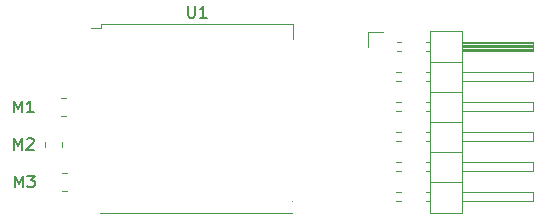
<source format=gbr>
%TF.GenerationSoftware,KiCad,Pcbnew,7.0.10*%
%TF.CreationDate,2024-01-17T19:35:15+01:00*%
%TF.ProjectId,RFM69CW_868,52464d36-3943-4575-9f38-36382e6b6963,rev?*%
%TF.SameCoordinates,Original*%
%TF.FileFunction,Legend,Top*%
%TF.FilePolarity,Positive*%
%FSLAX46Y46*%
G04 Gerber Fmt 4.6, Leading zero omitted, Abs format (unit mm)*
G04 Created by KiCad (PCBNEW 7.0.10) date 2024-01-17 19:35:15*
%MOMM*%
%LPD*%
G01*
G04 APERTURE LIST*
%ADD10C,0.150000*%
%ADD11C,0.120000*%
G04 APERTURE END LIST*
D10*
X118657976Y-55064819D02*
X118657976Y-54064819D01*
X118657976Y-54064819D02*
X118991309Y-54779104D01*
X118991309Y-54779104D02*
X119324642Y-54064819D01*
X119324642Y-54064819D02*
X119324642Y-55064819D01*
X119705595Y-54064819D02*
X120324642Y-54064819D01*
X120324642Y-54064819D02*
X119991309Y-54445771D01*
X119991309Y-54445771D02*
X120134166Y-54445771D01*
X120134166Y-54445771D02*
X120229404Y-54493390D01*
X120229404Y-54493390D02*
X120277023Y-54541009D01*
X120277023Y-54541009D02*
X120324642Y-54636247D01*
X120324642Y-54636247D02*
X120324642Y-54874342D01*
X120324642Y-54874342D02*
X120277023Y-54969580D01*
X120277023Y-54969580D02*
X120229404Y-55017200D01*
X120229404Y-55017200D02*
X120134166Y-55064819D01*
X120134166Y-55064819D02*
X119848452Y-55064819D01*
X119848452Y-55064819D02*
X119753214Y-55017200D01*
X119753214Y-55017200D02*
X119705595Y-54969580D01*
X118570476Y-48714819D02*
X118570476Y-47714819D01*
X118570476Y-47714819D02*
X118903809Y-48429104D01*
X118903809Y-48429104D02*
X119237142Y-47714819D01*
X119237142Y-47714819D02*
X119237142Y-48714819D01*
X120237142Y-48714819D02*
X119665714Y-48714819D01*
X119951428Y-48714819D02*
X119951428Y-47714819D01*
X119951428Y-47714819D02*
X119856190Y-47857676D01*
X119856190Y-47857676D02*
X119760952Y-47952914D01*
X119760952Y-47952914D02*
X119665714Y-48000533D01*
X133318095Y-39699819D02*
X133318095Y-40509342D01*
X133318095Y-40509342D02*
X133365714Y-40604580D01*
X133365714Y-40604580D02*
X133413333Y-40652200D01*
X133413333Y-40652200D02*
X133508571Y-40699819D01*
X133508571Y-40699819D02*
X133699047Y-40699819D01*
X133699047Y-40699819D02*
X133794285Y-40652200D01*
X133794285Y-40652200D02*
X133841904Y-40604580D01*
X133841904Y-40604580D02*
X133889523Y-40509342D01*
X133889523Y-40509342D02*
X133889523Y-39699819D01*
X134889523Y-40699819D02*
X134318095Y-40699819D01*
X134603809Y-40699819D02*
X134603809Y-39699819D01*
X134603809Y-39699819D02*
X134508571Y-39842676D01*
X134508571Y-39842676D02*
X134413333Y-39937914D01*
X134413333Y-39937914D02*
X134318095Y-39985533D01*
X118570476Y-51889819D02*
X118570476Y-50889819D01*
X118570476Y-50889819D02*
X118903809Y-51604104D01*
X118903809Y-51604104D02*
X119237142Y-50889819D01*
X119237142Y-50889819D02*
X119237142Y-51889819D01*
X119665714Y-50985057D02*
X119713333Y-50937438D01*
X119713333Y-50937438D02*
X119808571Y-50889819D01*
X119808571Y-50889819D02*
X120046666Y-50889819D01*
X120046666Y-50889819D02*
X120141904Y-50937438D01*
X120141904Y-50937438D02*
X120189523Y-50985057D01*
X120189523Y-50985057D02*
X120237142Y-51080295D01*
X120237142Y-51080295D02*
X120237142Y-51175533D01*
X120237142Y-51175533D02*
X120189523Y-51318390D01*
X120189523Y-51318390D02*
X119618095Y-51889819D01*
X119618095Y-51889819D02*
X120237142Y-51889819D01*
D11*
%TO.C,J1*%
X148590000Y-41910000D02*
X149860000Y-41910000D01*
X148590000Y-43180000D02*
X148590000Y-41910000D01*
X150902929Y-45340000D02*
X151357071Y-45340000D01*
X150902929Y-46100000D02*
X151357071Y-46100000D01*
X150902929Y-47880000D02*
X151357071Y-47880000D01*
X150902929Y-48640000D02*
X151357071Y-48640000D01*
X150902929Y-50420000D02*
X151357071Y-50420000D01*
X150902929Y-51180000D02*
X151357071Y-51180000D01*
X150902929Y-52960000D02*
X151357071Y-52960000D01*
X150902929Y-53720000D02*
X151357071Y-53720000D01*
X150902929Y-55500000D02*
X151357071Y-55500000D01*
X150902929Y-56260000D02*
X151357071Y-56260000D01*
X150970000Y-42800000D02*
X151357071Y-42800000D01*
X150970000Y-43560000D02*
X151357071Y-43560000D01*
X153442929Y-42800000D02*
X153840000Y-42800000D01*
X153442929Y-43560000D02*
X153840000Y-43560000D01*
X153442929Y-45340000D02*
X153840000Y-45340000D01*
X153442929Y-46100000D02*
X153840000Y-46100000D01*
X153442929Y-47880000D02*
X153840000Y-47880000D01*
X153442929Y-48640000D02*
X153840000Y-48640000D01*
X153442929Y-50420000D02*
X153840000Y-50420000D01*
X153442929Y-51180000D02*
X153840000Y-51180000D01*
X153442929Y-52960000D02*
X153840000Y-52960000D01*
X153442929Y-53720000D02*
X153840000Y-53720000D01*
X153442929Y-55500000D02*
X153840000Y-55500000D01*
X153442929Y-56260000D02*
X153840000Y-56260000D01*
X153840000Y-41850000D02*
X153840000Y-57210000D01*
X153840000Y-44450000D02*
X156500000Y-44450000D01*
X153840000Y-46990000D02*
X156500000Y-46990000D01*
X153840000Y-49530000D02*
X156500000Y-49530000D01*
X153840000Y-52070000D02*
X156500000Y-52070000D01*
X153840000Y-54610000D02*
X156500000Y-54610000D01*
X153840000Y-57210000D02*
X156500000Y-57210000D01*
X156500000Y-41850000D02*
X153840000Y-41850000D01*
X156500000Y-42800000D02*
X162500000Y-42800000D01*
X156500000Y-42860000D02*
X162500000Y-42860000D01*
X156500000Y-42980000D02*
X162500000Y-42980000D01*
X156500000Y-43100000D02*
X162500000Y-43100000D01*
X156500000Y-43220000D02*
X162500000Y-43220000D01*
X156500000Y-43340000D02*
X162500000Y-43340000D01*
X156500000Y-43460000D02*
X162500000Y-43460000D01*
X156500000Y-45340000D02*
X162500000Y-45340000D01*
X156500000Y-47880000D02*
X162500000Y-47880000D01*
X156500000Y-50420000D02*
X162500000Y-50420000D01*
X156500000Y-52960000D02*
X162500000Y-52960000D01*
X156500000Y-55500000D02*
X162500000Y-55500000D01*
X156500000Y-57210000D02*
X156500000Y-41850000D01*
X162500000Y-42800000D02*
X162500000Y-43560000D01*
X162500000Y-43560000D02*
X156500000Y-43560000D01*
X162500000Y-45340000D02*
X162500000Y-46100000D01*
X162500000Y-46100000D02*
X156500000Y-46100000D01*
X162500000Y-47880000D02*
X162500000Y-48640000D01*
X162500000Y-48640000D02*
X156500000Y-48640000D01*
X162500000Y-50420000D02*
X162500000Y-51180000D01*
X162500000Y-51180000D02*
X156500000Y-51180000D01*
X162500000Y-52960000D02*
X162500000Y-53720000D01*
X162500000Y-53720000D02*
X156500000Y-53720000D01*
X162500000Y-55500000D02*
X162500000Y-56260000D01*
X162500000Y-56260000D02*
X156500000Y-56260000D01*
%TO.C,M3*%
X122605436Y-53875000D02*
X123059564Y-53875000D01*
X122605436Y-55345000D02*
X123059564Y-55345000D01*
%TO.C,M1*%
X122517936Y-47525000D02*
X122972064Y-47525000D01*
X122517936Y-48995000D02*
X122972064Y-48995000D01*
%TO.C,U1*%
X125880000Y-57245000D02*
X142080000Y-57245000D01*
X125980000Y-41245000D02*
X125980000Y-41595000D01*
X125980000Y-41245000D02*
X142180000Y-41245000D01*
X125980000Y-41595000D02*
X125080000Y-41595000D01*
X142080000Y-56245000D02*
X142080000Y-56245000D01*
X142180000Y-41245000D02*
X142180000Y-42545000D01*
%TO.C,M2*%
X122655000Y-51207936D02*
X122655000Y-51662064D01*
X121185000Y-51207936D02*
X121185000Y-51662064D01*
%TD*%
M02*

</source>
